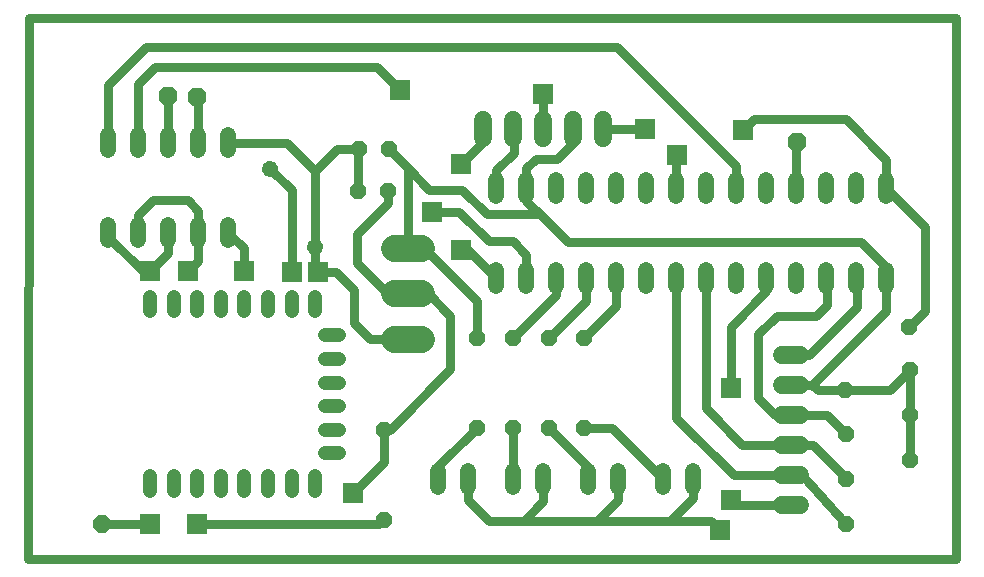
<source format=gbl>
G04 EAGLE Gerber RS-274X export*
G75*
%MOMM*%
%FSLAX34Y34*%
%LPD*%
%INBottom copper*%
%IPPOS*%
%AMOC8*
5,1,8,0,0,1.08239X$1,22.5*%
G01*
%ADD10C,0.762000*%
%ADD11P,1.429621X8X292.500000*%
%ADD12P,1.429621X8X202.500000*%
%ADD13C,1.320800*%
%ADD14P,1.429621X8X247.500000*%
%ADD15P,1.429621X8X112.500000*%
%ADD16C,1.208000*%
%ADD17P,1.429621X8X22.500000*%
%ADD18P,1.732040X8X22.500000*%
%ADD19P,1.429621X8X142.500000*%
%ADD20P,1.732040X8X292.500000*%
%ADD21C,2.286000*%
%ADD22C,1.524000*%
%ADD23P,1.649562X8X22.500000*%
%ADD24R,1.676400X1.676400*%


D10*
X1016Y-206126D02*
X786511Y-206126D01*
X787156Y251348D01*
X1661Y251993D01*
X1016Y-206126D01*
D11*
X412057Y-19385D03*
X412057Y-95585D03*
D12*
X306548Y140597D03*
X281148Y140597D03*
D13*
X348318Y-131910D02*
X348318Y-145118D01*
X373718Y-145118D02*
X373718Y-131910D01*
X474818Y-131910D02*
X474818Y-145118D01*
X500218Y-145118D02*
X500218Y-131910D01*
X538318Y-131910D02*
X538318Y-145118D01*
X563718Y-145118D02*
X563718Y-131910D01*
X411818Y-131910D02*
X411818Y-145118D01*
X437218Y-145118D02*
X437218Y-131910D01*
D11*
X442154Y-19195D03*
X442154Y-95395D03*
D13*
X727858Y101018D02*
X727858Y114226D01*
X702458Y114226D02*
X702458Y101018D01*
X575458Y101018D02*
X575458Y114226D01*
X550058Y114226D02*
X550058Y101018D01*
X677058Y101018D02*
X677058Y114226D01*
X651658Y114226D02*
X651658Y101018D01*
X600858Y101018D02*
X600858Y114226D01*
X626258Y114226D02*
X626258Y101018D01*
X524658Y101018D02*
X524658Y114226D01*
X499258Y114226D02*
X499258Y101018D01*
X473858Y101018D02*
X473858Y114226D01*
X448458Y114226D02*
X448458Y101018D01*
X423058Y101018D02*
X423058Y114226D01*
X397658Y114226D02*
X397658Y101018D01*
X397658Y38026D02*
X397658Y24818D01*
X423058Y24818D02*
X423058Y38026D01*
X448458Y38026D02*
X448458Y24818D01*
X473858Y24818D02*
X473858Y38026D01*
X499258Y38026D02*
X499258Y24818D01*
X524658Y24818D02*
X524658Y38026D01*
X550058Y38026D02*
X550058Y24818D01*
X575458Y24818D02*
X575458Y38026D01*
X600858Y38026D02*
X600858Y24818D01*
X626258Y24818D02*
X626258Y38026D01*
X651658Y38026D02*
X651658Y24818D01*
X677058Y24818D02*
X677058Y38026D01*
X702458Y38026D02*
X702458Y24818D01*
X727858Y24818D02*
X727858Y38026D01*
D14*
X746747Y-9749D03*
X692865Y-63631D03*
D15*
X380815Y-95375D03*
X380815Y-19175D03*
D16*
X244345Y3671D02*
X244345Y15751D01*
X224345Y15751D02*
X224345Y3671D01*
X204345Y3671D02*
X204345Y15751D01*
X184345Y15751D02*
X184345Y3671D01*
X164345Y3671D02*
X164345Y15751D01*
X144345Y15751D02*
X144345Y3671D01*
X124345Y3671D02*
X124345Y15751D01*
X104345Y15751D02*
X104345Y3671D01*
X244345Y-136329D02*
X244345Y-148409D01*
X224345Y-148409D02*
X224345Y-136329D01*
X204345Y-136329D02*
X204345Y-148409D01*
X184345Y-148409D02*
X184345Y-136329D01*
X164345Y-136329D02*
X164345Y-148409D01*
X144345Y-148409D02*
X144345Y-136329D01*
X124345Y-136329D02*
X124345Y-148409D01*
X104345Y-148409D02*
X104345Y-136329D01*
X252395Y-16979D02*
X264475Y-16979D01*
X264475Y-36979D02*
X252395Y-36979D01*
X252395Y-56979D02*
X264475Y-56979D01*
X264475Y-76979D02*
X252395Y-76979D01*
X252395Y-96979D02*
X264475Y-96979D01*
X264475Y-116979D02*
X252395Y-116979D01*
D11*
X472105Y-19215D03*
X472105Y-95415D03*
D17*
X280792Y105416D03*
X306192Y105416D03*
D18*
X651954Y146519D03*
D13*
X68820Y76625D02*
X68820Y63417D01*
X94220Y63417D02*
X94220Y76625D01*
X145020Y139617D02*
X145020Y152825D01*
X119620Y152825D02*
X119620Y139617D01*
X119620Y76625D02*
X119620Y63417D01*
X145020Y63417D02*
X145020Y76625D01*
X170420Y139617D02*
X170420Y152825D01*
X170420Y76625D02*
X170420Y63417D01*
X94220Y139617D02*
X94220Y152825D01*
X68820Y152825D02*
X68820Y139617D01*
D19*
X244345Y57975D03*
X206245Y123966D03*
D20*
X119570Y185391D03*
X144295Y184745D03*
D15*
X302074Y-172992D03*
X302074Y-96792D03*
D21*
X310967Y-19680D02*
X333827Y-19680D01*
X333827Y18674D02*
X310967Y18674D01*
X310967Y56774D02*
X333827Y56774D01*
D22*
X386618Y149799D02*
X386618Y165039D01*
X412018Y165039D02*
X412018Y149799D01*
X437418Y149799D02*
X437418Y165039D01*
X462818Y165039D02*
X462818Y149799D01*
X488218Y149799D02*
X488218Y165039D01*
X639476Y-160274D02*
X654716Y-160274D01*
X654716Y-134874D02*
X639476Y-134874D01*
X639476Y-109474D02*
X654716Y-109474D01*
X654716Y-84074D02*
X639476Y-84074D01*
X639476Y-58674D02*
X654716Y-58674D01*
X654716Y-33274D02*
X639476Y-33274D01*
D14*
X747584Y-84672D03*
X693703Y-138553D03*
X747585Y-122736D03*
X693703Y-176618D03*
X747585Y-46607D03*
X693703Y-100489D03*
D23*
X63871Y-176774D03*
D10*
X348318Y-127872D02*
X380815Y-95375D01*
X348318Y-127872D02*
X348318Y-138514D01*
X442154Y-95395D02*
X474818Y-128059D01*
X474818Y-138514D01*
X472105Y-95415D02*
X495219Y-95415D01*
X538318Y-138514D01*
X412057Y-138275D02*
X412057Y-95585D01*
X412057Y-138275D02*
X411818Y-138514D01*
D24*
X246451Y36774D03*
D10*
X244345Y57975D02*
X244345Y122106D01*
X220230Y146221D02*
X170420Y146221D01*
X220230Y146221D02*
X244345Y122106D01*
X244345Y57975D02*
X244345Y38880D01*
X246451Y36774D01*
X244345Y122106D02*
X262836Y140597D01*
X281148Y140597D01*
X280792Y140241D02*
X280792Y105416D01*
X280792Y140241D02*
X281148Y140597D01*
X261935Y36774D02*
X246451Y36774D01*
X261935Y36774D02*
X277419Y21290D01*
X277419Y-6452D01*
X290647Y-19680D02*
X322397Y-19680D01*
X290647Y-19680D02*
X277419Y-6452D01*
D24*
X437418Y187742D03*
D10*
X437418Y157419D01*
X373718Y-138514D02*
X373718Y-156299D01*
X391612Y-174193D01*
X420644Y-174193D01*
X482580Y-174193D01*
X544515Y-174193D01*
X563718Y-154990D02*
X563718Y-138514D01*
X563718Y-154990D02*
X544515Y-174193D01*
X500218Y-156555D02*
X500218Y-138514D01*
X500218Y-156555D02*
X482580Y-174193D01*
X437218Y-157619D02*
X437218Y-138514D01*
X437218Y-157619D02*
X420644Y-174193D01*
D24*
X587096Y-181935D03*
D10*
X579354Y-174193D02*
X544515Y-174193D01*
X579354Y-174193D02*
X587096Y-181935D01*
X647096Y-33274D02*
X662208Y-33274D01*
X702579Y7097D01*
X702579Y31301D01*
X702458Y31422D01*
D24*
X550321Y136129D03*
D10*
X550058Y135865D01*
X550058Y107622D01*
X336128Y56774D02*
X322397Y56774D01*
X380815Y12088D02*
X380815Y-19175D01*
X380815Y12088D02*
X336128Y56774D01*
X322397Y124748D02*
X306548Y140597D01*
X322397Y124748D02*
X322397Y56774D01*
X647096Y-58674D02*
X665195Y-58674D01*
X727858Y3989D02*
X727858Y31422D01*
X727858Y3989D02*
X665195Y-58674D01*
X727858Y31422D02*
X727858Y40528D01*
X706450Y61935D01*
X458064Y61935D01*
X340694Y106451D02*
X322397Y124748D01*
X368386Y106451D02*
X389313Y85524D01*
X368386Y106451D02*
X340694Y106451D01*
X665195Y-58674D02*
X669663Y-63142D01*
X462818Y146045D02*
X462818Y157419D01*
X462818Y146045D02*
X449031Y132258D01*
X430967Y132258D01*
X423058Y124349D01*
X434475Y85524D02*
X458064Y61935D01*
X434475Y85524D02*
X389313Y85524D01*
X423058Y107622D02*
X423058Y124349D01*
X423058Y107622D02*
X423058Y96941D01*
X434475Y85524D01*
X669663Y-63142D02*
X692376Y-63142D01*
X692865Y-63631D01*
X730561Y-63631D01*
X747585Y-46607D01*
X747585Y-84672D01*
X747584Y-84672D01*
X747584Y-122736D01*
X747585Y-122736D01*
X473858Y12509D02*
X442154Y-19195D01*
X473858Y12509D02*
X473858Y31422D01*
X499258Y7937D02*
X472105Y-19215D01*
X499258Y7937D02*
X499258Y31422D01*
X448458Y17016D02*
X412057Y-19385D01*
X448458Y17016D02*
X448458Y31422D01*
D24*
X596128Y-156129D03*
X596128Y-61935D03*
D10*
X626258Y20455D02*
X626258Y31422D01*
X626258Y20455D02*
X596128Y-9675D01*
X596128Y-61935D01*
X596128Y-156129D02*
X600273Y-160274D01*
X647096Y-160274D01*
X550058Y-86833D02*
X550058Y31422D01*
X550058Y-86833D02*
X598708Y-135484D01*
X646486Y-135484D01*
X647096Y-134874D01*
X656773Y-134874D01*
X693703Y-176618D01*
X647096Y-109474D02*
X605602Y-109474D01*
X574838Y-78710D01*
X574838Y30802D02*
X575458Y31422D01*
X574838Y30802D02*
X574838Y-78710D01*
X647096Y-109474D02*
X665566Y-109474D01*
X693703Y-137611D01*
X693703Y-138553D01*
X647096Y-84074D02*
X633105Y-84074D01*
X619354Y-70322D01*
X619354Y-16129D01*
X634837Y-645D01*
X668386Y-645D01*
X677418Y8387D01*
X677418Y31062D01*
X677058Y31422D01*
X677288Y-84074D02*
X693703Y-100489D01*
X677288Y-84074D02*
X647096Y-84074D01*
X760486Y74994D02*
X727858Y107622D01*
D24*
X523870Y157419D03*
X606450Y156774D03*
D10*
X488219Y157419D02*
X488218Y157419D01*
X488219Y157419D02*
X523870Y157419D01*
X606450Y156774D02*
X615483Y165806D01*
X727858Y131495D02*
X727858Y107622D01*
X693547Y165806D02*
X615483Y165806D01*
X693547Y165806D02*
X727858Y131495D01*
X760486Y3991D02*
X746747Y-9749D01*
X760486Y3991D02*
X760486Y74994D01*
X412257Y137419D02*
X397658Y122820D01*
X412257Y137419D02*
X412257Y157180D01*
X412018Y157419D01*
X397658Y122820D02*
X397658Y107622D01*
D24*
X367741Y55484D03*
X367741Y127742D03*
D10*
X386618Y146619D01*
X386618Y157419D01*
X373597Y55484D02*
X397658Y31422D01*
X373597Y55484D02*
X367741Y55484D01*
D24*
X276128Y-150322D03*
D10*
X358709Y-45666D02*
X358709Y-645D01*
X339390Y18674D01*
X322397Y18674D01*
X307582Y-96792D02*
X302074Y-96792D01*
X307582Y-96792D02*
X358709Y-45666D01*
X306192Y95225D02*
X306192Y105416D01*
X306192Y95225D02*
X279999Y69032D01*
X279999Y43871D01*
X305196Y18674D02*
X322397Y18674D01*
X305196Y18674D02*
X279999Y43871D01*
X302074Y-124377D02*
X276128Y-150322D01*
X302074Y-124377D02*
X302074Y-96792D01*
D24*
X224516Y36774D03*
D10*
X224516Y105695D02*
X206245Y123966D01*
X224516Y105695D02*
X224516Y36774D01*
D24*
X183871Y37419D03*
D10*
X183871Y56570D01*
X170420Y70021D01*
D24*
X104516Y37419D03*
D10*
X68820Y66664D02*
X68820Y70021D01*
X119620Y70021D02*
X119620Y52523D01*
X104516Y37419D01*
X98064Y37419D01*
X68820Y66664D01*
D24*
X136129Y37419D03*
D10*
X145020Y46310D02*
X145020Y70021D01*
X145020Y46310D02*
X136129Y37419D01*
X94220Y70021D02*
X94220Y84542D01*
X107097Y97419D01*
X136129Y97419D01*
X145161Y88387D01*
X145020Y88246D01*
X145020Y70021D01*
X119620Y185341D02*
X119570Y185391D01*
X119620Y185341D02*
X119620Y146221D01*
X145020Y146221D02*
X145020Y184020D01*
X144295Y184745D01*
X94220Y196155D02*
X94220Y146221D01*
X94220Y196155D02*
X108387Y210322D01*
D24*
X316128Y190967D03*
X343225Y87742D03*
D10*
X296774Y210322D02*
X108387Y210322D01*
X296774Y210322D02*
X316128Y190967D01*
X343225Y87742D02*
X365806Y87742D01*
X390967Y62581D02*
X411612Y62581D01*
X423058Y51135D01*
X423058Y31422D01*
X390967Y62581D02*
X365806Y87742D01*
X68820Y146221D02*
X68820Y194626D01*
X101290Y227096D01*
X499999Y227096D01*
X600858Y126237D02*
X600858Y107622D01*
X600858Y126237D02*
X499999Y227096D01*
X651658Y146223D02*
X651658Y107622D01*
X651658Y146223D02*
X651954Y146519D01*
D24*
X143871Y-176774D03*
D10*
X298292Y-176774D01*
X302074Y-172992D01*
D24*
X104516Y-176774D03*
D10*
X63871Y-176774D01*
M02*

</source>
